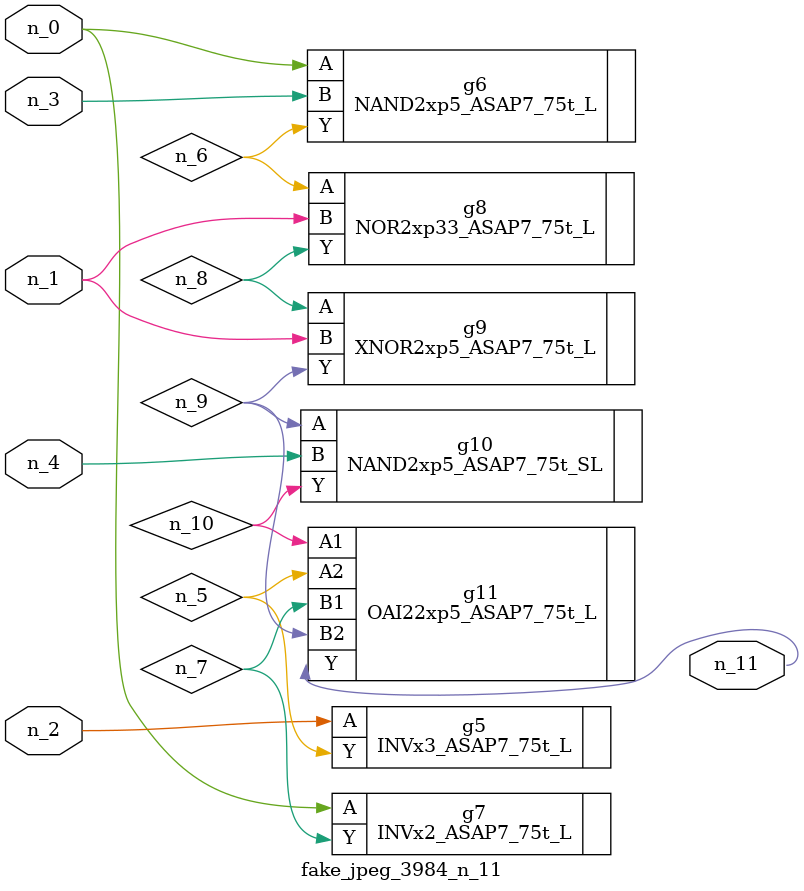
<source format=v>
module fake_jpeg_3984_n_11 (n_3, n_2, n_1, n_0, n_4, n_11);

input n_3;
input n_2;
input n_1;
input n_0;
input n_4;

output n_11;

wire n_10;
wire n_8;
wire n_9;
wire n_6;
wire n_5;
wire n_7;

INVx3_ASAP7_75t_L g5 ( 
.A(n_2),
.Y(n_5)
);

NAND2xp5_ASAP7_75t_L g6 ( 
.A(n_0),
.B(n_3),
.Y(n_6)
);

INVx2_ASAP7_75t_L g7 ( 
.A(n_0),
.Y(n_7)
);

NOR2xp33_ASAP7_75t_L g8 ( 
.A(n_6),
.B(n_1),
.Y(n_8)
);

XNOR2xp5_ASAP7_75t_L g9 ( 
.A(n_8),
.B(n_1),
.Y(n_9)
);

NAND2xp5_ASAP7_75t_SL g10 ( 
.A(n_9),
.B(n_4),
.Y(n_10)
);

OAI22xp5_ASAP7_75t_L g11 ( 
.A1(n_10),
.A2(n_5),
.B1(n_7),
.B2(n_9),
.Y(n_11)
);


endmodule
</source>
